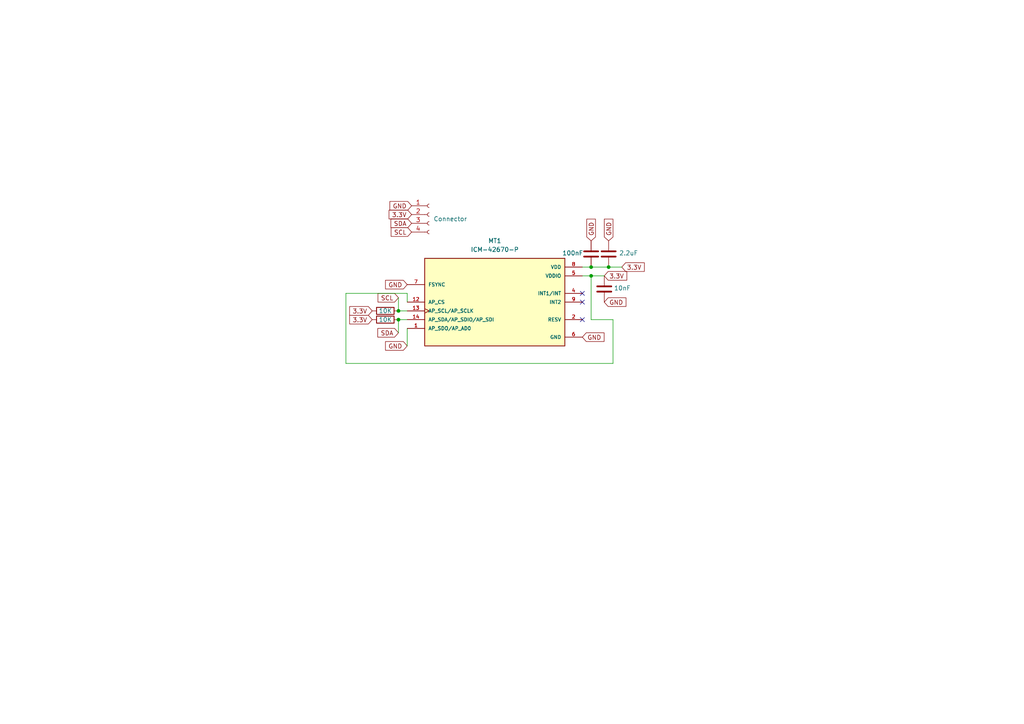
<source format=kicad_sch>
(kicad_sch (version 20250114) (generator "eeschema") (generator_version "9.0")
  (paper "A4")
  (lib_symbols
    (symbol "Connector:Conn_01x04_Socket" (pin_names (offset 1.016) (hide yes))
      (property "Reference" "J" (at 0 5.08 0))
      (property "Value" "Conn_01x04_Socket" (at 0 -7.62 0))
      (symbol "Conn_01x04_Socket_1_1"
        (polyline (pts (xy -1.27 2.54) (xy -0.508 2.54)) (stroke (width 0.1524)))
        (polyline (pts (xy -1.27 0) (xy -0.508 0)) (stroke (width 0.1524)))
        (polyline (pts (xy -1.27 -2.54) (xy -0.508 -2.54)) (stroke (width 0.1524)))
        (polyline (pts (xy -1.27 -5.08) (xy -0.508 -5.08)) (stroke (width 0.1524)))
        (arc (start 0 2.032) (mid -0.5058 2.54) (end 0 3.048) (stroke (width 0.1524)))
        (arc (start 0 -0.508) (mid -0.5058 0) (end 0 0.508) (stroke (width 0.1524)))
        (arc (start 0 -3.048) (mid -0.5058 -2.54) (end 0 -2.032) (stroke (width 0.1524)))
        (arc (start 0 -5.588) (mid -0.5058 -5.08) (end 0 -4.572) (stroke (width 0.1524)))
        (pin passive line (at -5.08 2.54 0) (length 3.81) (name "Pin_1") (number "1"))
        (pin passive line (at -5.08 0 0) (length 3.81) (name "Pin_2") (number "2"))
        (pin passive line (at -5.08 -2.54 0) (length 3.81) (name "Pin_3") (number "3"))
        (pin passive line (at -5.08 -5.08 0) (length 3.81) (name "Pin_4") (number "4"))
      )
    )
    (symbol "Device:C" (pin_numbers (hide yes)) (pin_names (offset 0.254))
      (property "Reference" "C" (at 0.635 2.54 0))
      (property "Value" "C" (at 0.635 -2.54 0))
      (symbol "C_0_1"
        (polyline (pts (xy -2.032 0.762) (xy 2.032 0.762)) (stroke (width 0.508)))
        (polyline (pts (xy -2.032 -0.762) (xy 2.032 -0.762)) (stroke (width 0.508)))
      )
      (symbol "C_1_1"
        (pin passive line (at 0 3.81 270) (length 2.794) (name "~") (number "1"))
        (pin passive line (at 0 -3.81 90) (length 2.794) (name "~") (number "2"))
      )
    )
    (symbol "Device:R" (pin_numbers (hide yes)) (pin_names (offset 0))
      (property "Reference" "R" (at 2.032 0 90))
      (property "Value" "R" (at 0 0 90))
      (symbol "R_0_1"
        (rectangle (start -1.016 -2.54) (end 1.016 2.54) (stroke (width 0.254)))
      )
      (symbol "R_1_1"
        (pin passive line (at 0 3.81 270) (length 1.27) (name "~") (number "1"))
        (pin passive line (at 0 -3.81 90) (length 1.27) (name "~") (number "2"))
      )
    )
    (symbol "ICM-42670-P:ICM-42670-P" (pin_names (offset 1.016))
      (property "Reference" "MT" (at -20.32 13.97 0))
      (property "Value" "ICM-42670-P" (at -20.32 -15.24 0))
      (symbol "ICM-42670-P_0_0"
        (rectangle (start -20.32 -12.7) (end 20.32 12.7) (stroke (width 0.254)) (fill (type background)))
        (pin input line (at -25.4 5.08 0) (length 5.08) (name "FSYNC") (number "7"))
        (pin input line (at -25.4 0 0) (length 5.08) (name "AP_CS") (number "12"))
        (pin input clock (at -25.4 -2.54 0) (length 5.08) (name "AP_SCL/AP_SCLK") (number "13"))
        (pin bidirectional line (at -25.4 -5.08 0) (length 5.08) (name "AP_SDA/AP_SDIO/AP_SDI") (number "14"))
        (pin bidirectional line (at -25.4 -7.62 0) (length 5.08) (name "AP_SDO/AP_AD0") (number "1"))
        (pin power_in line (at 25.4 10.16 180) (length 5.08) (name "VDD") (number "8"))
        (pin power_in line (at 25.4 7.62 180) (length 5.08) (name "VDDIO") (number "5"))
        (pin output line (at 25.4 2.54 180) (length 5.08) (name "INT1/INT") (number "4"))
        (pin output line (at 25.4 0 180) (length 5.08) (name "INT2") (number "9"))
        (pin passive line (at 25.4 -5.08 180) (length 5.08) (hide yes) (name "RESV") (number "10"))
        (pin passive line (at 25.4 -5.08 180) (length 5.08) (hide yes) (name "RESV") (number "11"))
        (pin passive line (at 25.4 -5.08 180) (length 5.08) (name "RESV") (number "2"))
        (pin passive line (at 25.4 -5.08 180) (length 5.08) (hide yes) (name "RESV") (number "3"))
        (pin power_in line (at 25.4 -10.16 180) (length 5.08) (name "GND") (number "6"))
      )
    )
  )
  (junction (at 171.45 80.01))
  (junction (at 115.57 92.71))
  (junction (at 171.45 77.47))
  (junction (at 115.57 90.17))
  (junction (at 176.53 77.47))
  (no_connect (at 168.91 85.09))
  (no_connect (at 168.91 87.63))
  (no_connect (at 168.91 92.71))
  (wire (pts (xy 115.57 86.36) (xy 115.57 90.17)))
  (wire (pts (xy 168.91 77.47) (xy 171.45 77.47)))
  (wire (pts (xy 177.8 105.41) (xy 100.33 105.41)))
  (wire (pts (xy 115.57 90.17) (xy 118.11 90.17)))
  (wire (pts (xy 171.45 80.01) (xy 171.45 92.71)))
  (wire (pts (xy 100.33 105.41) (xy 100.33 85.09)))
  (wire (pts (xy 171.45 92.71) (xy 177.8 92.71)))
  (wire (pts (xy 171.45 77.47) (xy 176.53 77.47)))
  (wire (pts (xy 171.45 80.01) (xy 175.26 80.01)))
  (wire (pts (xy 177.8 92.71) (xy 177.8 105.41)))
  (wire (pts (xy 115.57 92.71) (xy 118.11 92.71)))
  (wire (pts (xy 100.33 85.09) (xy 118.11 85.09)))
  (wire (pts (xy 118.11 100.33) (xy 118.11 95.25)))
  (wire (pts (xy 118.11 85.09) (xy 118.11 87.63)))
  (wire (pts (xy 115.57 92.71) (xy 115.57 96.52)))
  (wire (pts (xy 176.53 77.47) (xy 180.34 77.47)))
  (wire (pts (xy 168.91 80.01) (xy 171.45 80.01)))
  (global_label "GND" (shape input) (at 118.11 100.33 180) (property "Intersheetrefs" "${INTERSHEET_REFS}" (effects (hide yes))))
  (global_label "SDA" (shape input) (at 119.38 64.77 180) (property "Intersheetrefs" "${INTERSHEET_REFS}" (effects (hide yes))))
  (global_label "GND" (shape input) (at 168.91 97.79 0) (property "Intersheetrefs" "${INTERSHEET_REFS}" (effects (hide yes))))
  (global_label "GND" (shape input) (at 118.11 82.55 180) (property "Intersheetrefs" "${INTERSHEET_REFS}" (effects (hide yes))))
  (global_label "GND" (shape input) (at 119.38 59.69 180) (property "Intersheetrefs" "${INTERSHEET_REFS}" (effects (hide yes))))
  (global_label "SCL" (shape input) (at 115.57 86.36 180) (property "Intersheetrefs" "${INTERSHEET_REFS}" (effects (hide yes))))
  (global_label "GND" (shape input) (at 171.45 69.85 90) (property "Intersheetrefs" "${INTERSHEET_REFS}" (effects (hide yes))))
  (global_label "3.3V" (shape input) (at 107.95 90.17 180) (property "Intersheetrefs" "${INTERSHEET_REFS}" (effects (hide yes))))
  (global_label "SDA" (shape input) (at 115.57 96.52 180) (property "Intersheetrefs" "${INTERSHEET_REFS}" (effects (hide yes))))
  (global_label "GND" (shape input) (at 175.26 87.63 0) (property "Intersheetrefs" "${INTERSHEET_REFS}" (effects (hide yes))))
  (global_label "3.3V" (shape input) (at 107.95 92.71 180) (property "Intersheetrefs" "${INTERSHEET_REFS}" (effects (hide yes))))
  (global_label "3.3V" (shape input) (at 119.38 62.23 180) (property "Intersheetrefs" "${INTERSHEET_REFS}" (effects (hide yes))))
  (global_label "3.3V" (shape input) (at 175.26 80.01 0) (property "Intersheetrefs" "${INTERSHEET_REFS}" (effects (hide yes))))
  (global_label "3.3V" (shape input) (at 180.34 77.47 0) (property "Intersheetrefs" "${INTERSHEET_REFS}" (effects (hide yes))))
  (global_label "GND" (shape input) (at 176.53 69.85 90) (property "Intersheetrefs" "${INTERSHEET_REFS}" (effects (hide yes))))
  (global_label "SCL" (shape input) (at 119.38 67.31 180) (property "Intersheetrefs" "${INTERSHEET_REFS}" (effects (hide yes))))
  (symbol (lib_id "Connector:Conn_01x04_Socket") (at 124.46 62.23 0) (unit 1)
    (property "Reference" "J1" (effects (hide yes)))
    (property "Value" "Connector" (at 125.73 63.4999 0) (effects (justify left)))
    (property "Footprint" "Connector_PinHeader_2.54mm:PinHeader_1x04_P2.54mm_Vertical" (effects (hide yes)))
    (property "Description" "Generic connector, single row, 01x04, script generated" (effects (hide yes)))
  )
  (symbol (lib_id "Device:C") (at 175.26 83.82 0) (unit 1)
    (property "Reference" "C2" (effects (hide yes)))
    (property "Value" "10nF" (at 178.054 83.566 0) (effects (justify left)))
    (property "Footprint" "Capacitor_SMD:C_0805_2012Metric_Pad1.18x1.45mm_HandSolder" (effects (hide yes)))
    (property "Description" "Unpolarized capacitor" (effects (hide yes)))
    (property "LCSC" "C49296944" (effects (hide yes)))
  )
  (symbol (lib_id "Device:C") (at 176.53 73.66 0) (unit 1)
    (property "Reference" "C1" (effects (hide yes)))
    (property "Value" "2.2uF" (at 179.578 73.406 0) (effects (justify left)))
    (property "Footprint" "Capacitor_SMD:C_0805_2012Metric_Pad1.18x1.45mm_HandSolder" (effects (hide yes)))
    (property "Description" "Unpolarized capacitor" (effects (hide yes)))
    (property "LCSC" "C513763" (effects (hide yes)))
  )
  (symbol (lib_id "ICM-42670-P:ICM-42670-P") (at 143.51 87.63 0) (unit 1)
    (property "Reference" "MT1" (at 143.51 69.85 0))
    (property "Value" "ICM-42670-P" (at 143.51 72.39 0))
    (property "Footprint" "ICM-42670-P:XDCR_ICM-42670-P" (effects (hide yes)))
    (property "MF" "TDK InvenSense" (effects (hide yes)))
    (property "MAXIMUM_PACKAGE_HEIGHT" "0.81 mm" (effects (hide yes)))
    (property "Package" "None" (effects (hide yes)))
    (property "Price" "None" (effects (hide yes)))
    (property "Check_prices" "https://www.snapeda.com/parts/ICM-42670-P/TDK/view-part/?ref=eda" (effects (hide yes)))
    (property "STANDARD" "Manufacturer Recommendations" (effects (hide yes)))
    (property "PARTREV" "1.1" (effects (hide yes)))
    (property "SnapEDA_Link" "https://www.snapeda.com/parts/ICM-42670-P/TDK/view-part/?ref=snap" (effects (hide yes)))
    (property "MP" "ICM-42670-P" (effects (hide yes)))
    (property "Description_1" "Low-Power, Premium Performance 6-Axis MotionTrackingTM IMU with I3C, I2C and SPI interface in 2.5mm x 3mm Package" (effects (hide yes)))
    (property "Availability" "In Stock" (effects (hide yes)))
    (property "MANUFACTURER" "TDK InvenSense" (effects (hide yes)))
    (property "LCSC" "C3288646" (effects (hide yes)))
  )
  (symbol (lib_id "Device:C") (at 171.45 73.66 0) (unit 1)
    (property "Reference" "C3" (effects (hide yes)))
    (property "Value" "100nF" (at 163.068 73.406 0) (effects (justify left)))
    (property "Footprint" "Capacitor_SMD:C_0805_2012Metric_Pad1.18x1.45mm_HandSolder" (effects (hide yes)))
    (property "Description" "Unpolarized capacitor" (effects (hide yes)))
    (property "LCSC" "C19186128" (effects (hide yes)))
  )
  (symbol (lib_id "Device:R") (at 111.76 92.71 90) (unit 1)
    (property "Reference" "R2" (effects (hide yes)))
    (property "Value" "10K" (at 111.76 92.71 90))
    (property "Footprint" "Resistor_SMD:R_0805_2012Metric_Pad1.20x1.40mm_HandSolder" (effects (hide yes)))
    (property "Description" "Resistor" (effects (hide yes)))
    (property "LCSC" "C84376" (effects (hide yes)))
  )
  (symbol (lib_id "Device:R") (at 111.76 90.17 90) (unit 1)
    (property "Reference" "R1" (effects (hide yes)))
    (property "Value" "10K" (at 111.76 90.17 90))
    (property "Footprint" "Resistor_SMD:R_0805_2012Metric_Pad1.20x1.40mm_HandSolder" (effects (hide yes)))
    (property "Description" "Resistor" (effects (hide yes)))
    (property "LCSC" "C84376" (effects (hide yes)))
  )
)
</source>
